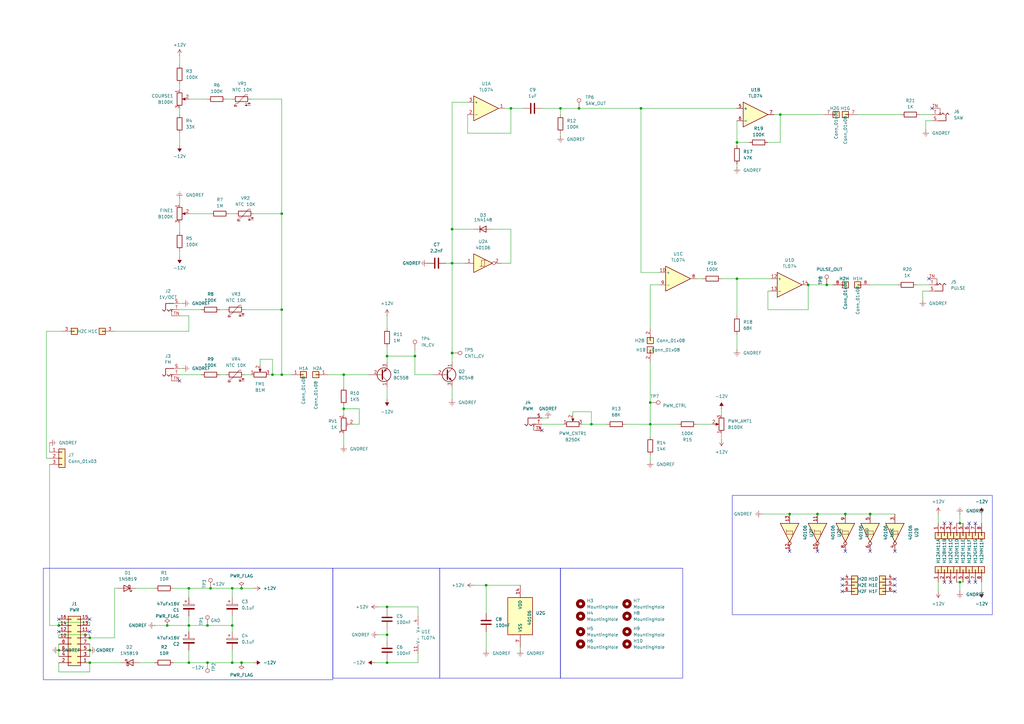
<source format=kicad_sch>
(kicad_sch (version 20250114) (generator "eeschema") (generator_version "9.0")
  (paper "A3")
  (rectangle (start 17.78 233.045) (end 136.525 278.765))
  (rectangle (start 300.355 203.2) (end 407.035 252.095))
  (rectangle (start 229.87 233.045) (end 280.035 278.13))
  (rectangle (start 180.34 233.045) (end 229.87 278.13))
  (rectangle (start 136.525 233.045) (end 180.34 278.13))
  (junction (at 140.97 153.67))
  (junction (at 266.7 173.99))
  (junction (at 393.7 214.63))
  (junction (at 68.58 256.54))
  (junction (at 77.47 256.54))
  (junction (at 185.42 93.98))
  (junction (at 229.87 44.45))
  (junction (at 95.25 241.3))
  (junction (at 242.57 173.99))
  (junction (at 302.26 58.42))
  (junction (at 356.87 210.82))
  (junction (at 237.49 44.45))
  (junction (at 36.83 266.7))
  (junction (at 86.36 241.3))
  (junction (at 77.47 271.78))
  (junction (at 346.71 210.82))
  (junction (at 111.76 153.67))
  (junction (at 209.55 44.45))
  (junction (at 302.26 114.3))
  (junction (at 158.75 271.78))
  (junction (at 170.18 146.05))
  (junction (at 95.25 271.78))
  (junction (at 115.57 87.63))
  (junction (at 266.7 165.1))
  (junction (at 185.42 107.95))
  (junction (at 115.57 127))
  (junction (at 115.57 153.67))
  (junction (at 24.13 256.54))
  (junction (at 85.09 256.54))
  (junction (at 185.42 144.78))
  (junction (at 199.39 240.03))
  (junction (at 99.06 241.3))
  (junction (at 140.97 167.64))
  (junction (at 331.47 116.84))
  (junction (at 24.13 266.7))
  (junction (at 323.85 210.82))
  (junction (at 320.04 46.99))
  (junction (at 99.06 271.78))
  (junction (at 95.25 256.54))
  (junction (at 158.75 248.92))
  (junction (at 158.75 146.05))
  (junction (at 339.09 116.84))
  (junction (at 335.28 210.82))
  (junction (at 393.7 238.76))
  (junction (at 77.47 241.3))
  (junction (at 158.75 260.35))
  (junction (at 262.89 44.45))
  (junction (at 36.83 271.78))
  (junction (at 85.09 271.78))
  (junction (at 36.83 261.62))
  (no_connect (at 389.89 238.76))
  (no_connect (at 222.25 176.53))
  (no_connect (at 356.87 226.06))
  (no_connect (at 345.44 237.49))
  (no_connect (at 367.03 242.57))
  (no_connect (at 24.13 254))
  (no_connect (at 387.35 238.76))
  (no_connect (at 367.03 240.03))
  (no_connect (at 397.51 238.76))
  (no_connect (at 387.35 214.63))
  (no_connect (at 73.66 156.21))
  (no_connect (at 367.03 237.49))
  (no_connect (at 367.03 226.06))
  (no_connect (at 389.89 214.63))
  (no_connect (at 400.05 238.76))
  (no_connect (at 345.44 242.57))
  (no_connect (at 346.71 226.06))
  (no_connect (at 382.27 44.45))
  (no_connect (at 381 114.3))
  (no_connect (at 400.05 214.63))
  (no_connect (at 335.28 226.06))
  (no_connect (at 397.51 214.63))
  (no_connect (at 24.13 259.08))
  (no_connect (at 36.83 254))
  (no_connect (at 345.44 240.03))
  (no_connect (at 36.83 259.08))
  (no_connect (at 323.85 226.06))
  (wire (pts (xy 19.05 135.89) (xy 19.05 187.96)))
  (wire (pts (xy 24.13 264.16) (xy 24.13 266.7)))
  (wire (pts (xy 92.71 40.64) (xy 95.25 40.64)))
  (wire (pts (xy 140.97 177.8) (xy 140.97 182.88)))
  (wire (pts (xy 115.57 87.63) (xy 115.57 40.64)))
  (wire (pts (xy 209.55 44.45) (xy 209.55 54.61)))
  (wire (pts (xy 77.47 40.64) (xy 85.09 40.64)))
  (wire (pts (xy 95.25 241.3) (xy 95.25 245.11)))
  (wire (pts (xy 191.77 54.61) (xy 209.55 54.61)))
  (wire (pts (xy 295.91 114.3) (xy 302.26 114.3)))
  (wire (pts (xy 185.42 93.98) (xy 185.42 41.91)))
  (wire (pts (xy 46.99 241.3) (xy 48.26 241.3)))
  (wire (pts (xy 46.99 261.62) (xy 46.99 241.3)))
  (wire (pts (xy 201.93 93.98) (xy 209.55 93.98)))
  (wire (pts (xy 266.7 165.1) (xy 266.7 173.99)))
  (wire (pts (xy 302.26 59.69) (xy 302.26 58.42)))
  (wire (pts (xy 95.25 252.73) (xy 95.25 256.54)))
  (wire (pts (xy 285.75 114.3) (xy 288.29 114.3)))
  (wire (pts (xy 379.73 53.34) (xy 379.73 49.53)))
  (wire (pts (xy 393.7 242.57) (xy 393.7 238.76)))
  (wire (pts (xy 36.83 264.16) (xy 36.83 266.7)))
  (wire (pts (xy 154.94 248.92) (xy 158.75 248.92)))
  (wire (pts (xy 295.91 180.34) (xy 295.91 177.8)))
  (wire (pts (xy 20.32 190.5) (xy 20.32 256.54)))
  (wire (pts (xy 378.46 123.19) (xy 378.46 119.38)))
  (wire (pts (xy 158.75 248.92) (xy 171.45 248.92)))
  (wire (pts (xy 119.38 153.67) (xy 115.57 153.67)))
  (wire (pts (xy 144.78 173.99) (xy 147.32 173.99)))
  (wire (pts (xy 140.97 153.67) (xy 151.13 153.67)))
  (wire (pts (xy 262.89 111.76) (xy 270.51 111.76)))
  (wire (pts (xy 295.91 170.18) (xy 295.91 167.64)))
  (wire (pts (xy 158.75 260.35) (xy 158.75 262.89)))
  (wire (pts (xy 90.17 127) (xy 92.71 127)))
  (wire (pts (xy 111.76 153.67) (xy 115.57 153.67)))
  (wire (pts (xy 71.12 271.78) (xy 77.47 271.78)))
  (wire (pts (xy 158.75 271.78) (xy 171.45 271.78)))
  (wire (pts (xy 93.98 87.63) (xy 96.52 87.63)))
  (wire (pts (xy 194.31 240.03) (xy 199.39 240.03)))
  (wire (pts (xy 77.47 129.54) (xy 77.47 135.89)))
  (wire (pts (xy 153.67 271.78) (xy 158.75 271.78)))
  (wire (pts (xy 111.76 153.67) (xy 110.49 153.67)))
  (wire (pts (xy 36.83 256.54) (xy 36.83 255.27)))
  (wire (pts (xy 57.15 271.78) (xy 63.5 271.78)))
  (wire (pts (xy 95.25 256.54) (xy 95.25 259.08)))
  (wire (pts (xy 377.19 46.99) (xy 382.27 46.99)))
  (wire (pts (xy 266.7 116.84) (xy 270.51 116.84)))
  (wire (pts (xy 234.95 168.91) (xy 242.57 168.91)))
  (wire (pts (xy 393.7 214.63) (xy 392.43 214.63)))
  (wire (pts (xy 36.83 266.7) (xy 36.83 269.24)))
  (wire (pts (xy 171.45 248.92) (xy 171.45 252.73)))
  (wire (pts (xy 266.7 148.59) (xy 266.7 165.1)))
  (wire (pts (xy 323.85 210.82) (xy 335.28 210.82)))
  (wire (pts (xy 378.46 119.38) (xy 381 119.38)))
  (wire (pts (xy 90.17 153.67) (xy 92.71 153.67)))
  (wire (pts (xy 199.39 259.08) (xy 199.39 266.7)))
  (wire (pts (xy 158.75 146.05) (xy 170.18 146.05)))
  (wire (pts (xy 73.66 124.46) (xy 74.93 124.46)))
  (wire (pts (xy 140.97 166.37) (xy 140.97 167.64)))
  (wire (pts (xy 115.57 87.63) (xy 115.57 127)))
  (wire (pts (xy 73.66 91.44) (xy 73.66 95.25)))
  (wire (pts (xy 229.87 44.45) (xy 237.49 44.45)))
  (wire (pts (xy 185.42 41.91) (xy 191.77 41.91)))
  (wire (pts (xy 317.5 46.99) (xy 320.04 46.99)))
  (wire (pts (xy 77.47 266.7) (xy 77.47 271.78)))
  (wire (pts (xy 85.09 271.78) (xy 95.25 271.78)))
  (wire (pts (xy 115.57 40.64) (xy 102.87 40.64)))
  (wire (pts (xy 77.47 271.78) (xy 85.09 271.78)))
  (wire (pts (xy 242.57 168.91) (xy 242.57 173.99)))
  (wire (pts (xy 302.26 49.53) (xy 302.26 58.42)))
  (wire (pts (xy 320.04 58.42) (xy 320.04 46.99)))
  (wire (pts (xy 213.36 265.43) (xy 213.36 266.7)))
  (wire (pts (xy 302.26 143.51) (xy 302.26 137.16)))
  (wire (pts (xy 77.47 135.89) (xy 46.99 135.89)))
  (wire (pts (xy 24.13 261.62) (xy 24.13 260.35)))
  (wire (pts (xy 158.75 270.51) (xy 158.75 271.78)))
  (wire (pts (xy 100.33 127) (xy 115.57 127)))
  (wire (pts (xy 77.47 252.73) (xy 77.47 256.54)))
  (wire (pts (xy 85.09 256.54) (xy 95.25 256.54)))
  (wire (pts (xy 199.39 240.03) (xy 213.36 240.03)))
  (wire (pts (xy 394.97 214.63) (xy 393.7 214.63)))
  (wire (pts (xy 24.13 275.59) (xy 36.83 275.59)))
  (wire (pts (xy 234.95 168.91) (xy 234.95 170.18)))
  (wire (pts (xy 73.66 127) (xy 82.55 127)))
  (wire (pts (xy 209.55 44.45) (xy 214.63 44.45)))
  (wire (pts (xy 77.47 129.54) (xy 73.66 129.54)))
  (wire (pts (xy 111.76 147.32) (xy 111.76 153.67)))
  (wire (pts (xy 185.42 158.75) (xy 185.42 163.83)))
  (wire (pts (xy 140.97 167.64) (xy 147.32 167.64)))
  (wire (pts (xy 73.66 22.86) (xy 73.66 26.67)))
  (wire (pts (xy 320.04 46.99) (xy 337.82 46.99)))
  (wire (pts (xy 191.77 46.99) (xy 191.77 54.61)))
  (wire (pts (xy 266.7 116.84) (xy 266.7 134.62)))
  (wire (pts (xy 24.13 260.35) (xy 36.83 260.35)))
  (wire (pts (xy 384.81 214.63) (xy 384.81 210.82)))
  (wire (pts (xy 147.32 173.99) (xy 147.32 167.64)))
  (wire (pts (xy 158.75 250.19) (xy 158.75 248.92)))
  (wire (pts (xy 185.42 93.98) (xy 185.42 107.95)))
  (wire (pts (xy 24.13 255.27) (xy 24.13 256.54)))
  (wire (pts (xy 356.87 116.84) (xy 368.3 116.84)))
  (wire (pts (xy 185.42 144.78) (xy 185.42 148.59)))
  (wire (pts (xy 20.32 181.61) (xy 20.32 185.42)))
  (wire (pts (xy 170.18 153.67) (xy 177.8 153.67)))
  (wire (pts (xy 170.18 143.51) (xy 170.18 146.05)))
  (wire (pts (xy 73.66 44.45) (xy 73.66 46.99)))
  (wire (pts (xy 158.75 129.54) (xy 158.75 134.62)))
  (wire (pts (xy 19.05 187.96) (xy 20.32 187.96)))
  (wire (pts (xy 314.96 58.42) (xy 320.04 58.42)))
  (wire (pts (xy 375.92 116.84) (xy 381 116.84)))
  (wire (pts (xy 95.25 271.78) (xy 99.06 271.78)))
  (wire (pts (xy 394.97 238.76) (xy 393.7 238.76)))
  (wire (pts (xy 36.83 275.59) (xy 36.83 271.78)))
  (wire (pts (xy 77.47 241.3) (xy 86.36 241.3)))
  (wire (pts (xy 262.89 44.45) (xy 262.89 111.76)))
  (wire (pts (xy 314.96 127) (xy 314.96 119.38)))
  (wire (pts (xy 207.01 44.45) (xy 209.55 44.45)))
  (wire (pts (xy 237.49 44.45) (xy 262.89 44.45)))
  (wire (pts (xy 302.26 58.42) (xy 307.34 58.42)))
  (wire (pts (xy 266.7 173.99) (xy 266.7 179.07)))
  (wire (pts (xy 278.13 173.99) (xy 266.7 173.99)))
  (wire (pts (xy 86.36 241.3) (xy 95.25 241.3)))
  (wire (pts (xy 199.39 240.03) (xy 199.39 251.46)))
  (wire (pts (xy 384.81 242.57) (xy 384.81 238.76)))
  (wire (pts (xy 36.83 261.62) (xy 46.99 261.62)))
  (wire (pts (xy 312.42 210.82) (xy 323.85 210.82)))
  (wire (pts (xy 36.83 260.35) (xy 36.83 261.62)))
  (wire (pts (xy 106.68 149.86) (xy 106.68 147.32)))
  (wire (pts (xy 24.13 266.7) (xy 24.13 269.24)))
  (wire (pts (xy 331.47 127) (xy 314.96 127)))
  (wire (pts (xy 222.25 171.45) (xy 224.79 171.45)))
  (wire (pts (xy 262.89 44.45) (xy 302.26 44.45)))
  (wire (pts (xy 115.57 127) (xy 115.57 153.67)))
  (wire (pts (xy 222.25 173.99) (xy 231.14 173.99)))
  (wire (pts (xy 158.75 146.05) (xy 158.75 148.59)))
  (wire (pts (xy 185.42 107.95) (xy 185.42 144.78)))
  (wire (pts (xy 402.59 242.57) (xy 402.59 238.76)))
  (wire (pts (xy 104.14 87.63) (xy 115.57 87.63)))
  (wire (pts (xy 158.75 257.81) (xy 158.75 260.35)))
  (wire (pts (xy 242.57 173.99) (xy 248.92 173.99)))
  (wire (pts (xy 106.68 147.32) (xy 111.76 147.32)))
  (wire (pts (xy 331.47 116.84) (xy 331.47 127)))
  (wire (pts (xy 170.18 153.67) (xy 170.18 146.05)))
  (wire (pts (xy 266.7 186.69) (xy 266.7 189.23)))
  (wire (pts (xy 95.25 241.3) (xy 99.06 241.3)))
  (wire (pts (xy 68.58 256.54) (xy 77.47 256.54)))
  (wire (pts (xy 140.97 167.64) (xy 140.97 170.18)))
  (wire (pts (xy 335.28 210.82) (xy 346.71 210.82)))
  (wire (pts (xy 346.71 210.82) (xy 356.87 210.82)))
  (wire (pts (xy 73.66 59.69) (xy 73.66 54.61)))
  (wire (pts (xy 77.47 256.54) (xy 85.09 256.54)))
  (wire (pts (xy 73.66 151.13) (xy 74.93 151.13)))
  (wire (pts (xy 185.42 93.98) (xy 194.31 93.98)))
  (wire (pts (xy 154.94 260.35) (xy 158.75 260.35)))
  (wire (pts (xy 77.47 256.54) (xy 77.47 259.08)))
  (wire (pts (xy 402.59 214.63) (xy 402.59 210.82)))
  (wire (pts (xy 99.06 271.78) (xy 104.14 271.78)))
  (wire (pts (xy 71.12 241.3) (xy 77.47 241.3)))
  (wire (pts (xy 182.88 107.95) (xy 185.42 107.95)))
  (wire (pts (xy 134.62 153.67) (xy 140.97 153.67)))
  (wire (pts (xy 331.47 116.84) (xy 339.09 116.84)))
  (wire (pts (xy 99.06 241.3) (xy 104.14 241.3)))
  (wire (pts (xy 302.26 114.3) (xy 316.23 114.3)))
  (wire (pts (xy 20.32 256.54) (xy 24.13 256.54)))
  (wire (pts (xy 77.47 245.11) (xy 77.47 241.3)))
  (wire (pts (xy 24.13 271.78) (xy 24.13 275.59)))
  (wire (pts (xy 185.42 107.95) (xy 190.5 107.95)))
  (wire (pts (xy 393.7 214.63) (xy 393.7 210.82)))
  (wire (pts (xy 36.83 255.27) (xy 24.13 255.27)))
  (wire (pts (xy 351.79 46.99) (xy 369.57 46.99)))
  (wire (pts (xy 77.47 87.63) (xy 86.36 87.63)))
  (wire (pts (xy 73.66 34.29) (xy 73.66 36.83)))
  (wire (pts (xy 25.4 135.89) (xy 19.05 135.89)))
  (wire (pts (xy 140.97 158.75) (xy 140.97 153.67)))
  (wire (pts (xy 302.26 67.31) (xy 302.26 68.58)))
  (wire (pts (xy 393.7 238.76) (xy 392.43 238.76)))
  (wire (pts (xy 238.76 173.99) (xy 242.57 173.99)))
  (wire (pts (xy 100.33 153.67) (xy 102.87 153.67)))
  (wire (pts (xy 36.83 271.78) (xy 49.53 271.78)))
  (wire (pts (xy 73.66 105.41) (xy 73.66 102.87)))
  (wire (pts (xy 379.73 49.53) (xy 382.27 49.53)))
  (wire (pts (xy 256.54 173.99) (xy 266.7 173.99)))
  (wire (pts (xy 95.25 266.7) (xy 95.25 271.78)))
  (wire (pts (xy 63.5 256.54) (xy 68.58 256.54)))
  (wire (pts (xy 158.75 158.75) (xy 158.75 163.83)))
  (wire (pts (xy 73.66 153.67) (xy 82.55 153.67)))
  (wire (pts (xy 171.45 271.78) (xy 171.45 267.97)))
  (wire (pts (xy 209.55 107.95) (xy 209.55 93.98)))
  (wire (pts (xy 222.25 44.45) (xy 229.87 44.45)))
  (wire (pts (xy 356.87 210.82) (xy 367.03 210.82)))
  (wire (pts (xy 55.88 241.3) (xy 63.5 241.3)))
  (wire (pts (xy 314.96 119.38) (xy 316.23 119.38)))
  (wire (pts (xy 158.75 142.24) (xy 158.75 146.05)))
  (wire (pts (xy 229.87 44.45) (xy 229.87 46.99)))
  (wire (pts (xy 339.09 116.84) (xy 341.63 116.84)))
  (wire (pts (xy 302.26 114.3) (xy 302.26 129.54)))
  (wire (pts (xy 73.66 81.28) (xy 73.66 83.82)))
  (wire (pts (xy 205.74 107.95) (xy 209.55 107.95)))
  (wire (pts (xy 229.87 54.61) (xy 229.87 55.88)))
  (wire (pts (xy 285.75 173.99) (xy 292.1 173.99)))
  (symbol (lib_id "power:GNDREF") (at 63.5 256.54 270) (unit 1)
    (property "Reference" "#PWR03" (effects (hide yes)))
    (property "Value" "GNDREF" (at 60.325 256.54 90) (effects (justify right)))
    (property "Description" "Power symbol creates a global label with name \"GNDREF\" , reference supply ground" (effects (hide yes)))
  )
  (symbol (lib_id "synth:PinHeader_01x08") (at 361.95 240.03 180) (unit 5)
    (property "Reference" "H1" (at 358.14 240.03 0))
    (property "Value" "Conn_01x08" (effects (hide yes)))
    (property "Footprint" "Synth:PinHeader_1x08_P2.54mm_Vertical" (effects (hide yes)))
    (property "Description" "Generic connector, single row, 01x01, script generated (kicad-library-utils/schlib/autogen/connector/)" (effects (hide yes)))
  )
  (symbol (lib_id "synth:PinSocket_01x08") (at 129.54 153.67 180) (unit 1)
    (property "Reference" "H2" (at 132.08 151.13 0) (effects (justify left)))
    (property "Value" "Conn_01x08" (at 129.54 156.21 90) (effects (justify left)))
    (property "Footprint" "Synth:PinSocket_1x08_P2.54mm_Vertical" (effects (hide yes)))
    (property "Description" "Generic connector, single row, 01x01, script generated (kicad-library-utils/schlib/autogen/connector/)" (effects (hide yes)))
  )
  (symbol (lib_id "Mechanical:MountingHole") (at 257.175 252.73 0) (unit 1) (in_bom no)
    (property "Reference" "H8" (at 259.715 251.46 0) (effects (justify left)))
    (property "Value" "MountingHole" (at 259.715 254 0) (effects (justify left)))
    (property "Footprint" "MountingHole:MountingHole_3.5mm" (effects (hide yes)))
    (property "Description" "Mounting Hole without connection" (effects (hide yes)))
  )
  (symbol (lib_id "power:-12V") (at 104.14 271.78 270) (unit 1)
    (property "Reference" "#PWR011" (effects (hide yes)))
    (property "Value" "-12V" (at 107.95 271.78 90) (effects (justify left)))
    (property "Description" "Power symbol creates a global label with name \"-12V\"" (effects (hide yes)))
  )
  (symbol (lib_id "power:GNDREF") (at 224.79 171.45 180) (unit 1)
    (property "Reference" "#PWR023" (effects (hide yes)))
    (property "Value" "GNDREF" (at 224.79 167.64 0))
    (property "Description" "Power symbol creates a global label with name \"GNDREF\" , reference supply ground" (effects (hide yes)))
  )
  (symbol (lib_id "synth:R_Default") (at 73.66 30.48 180) (unit 1)
    (property "Reference" "R3" (at 76.2 29.2099 0) (effects (justify right)))
    (property "Value" "100K" (at 76.2 31.7499 0) (effects (justify right)))
    (property "Footprint" "Synth:R_Default (DIN0207)" (effects (hide yes)))
    (property "Description" "Resistor" (effects (hide yes)))
  )
  (symbol (lib_id "synth:PinSocket_01x08") (at 266.7 139.7 270) (unit 2)
    (property "Reference" "H2" (at 260.35 139.7 90) (effects (justify left)))
    (property "Value" "Conn_01x08" (at 269.24 139.7 90) (effects (justify left)))
    (property "Footprint" "Synth:PinSocket_1x08_P2.54mm_Vertical" (effects (hide yes)))
    (property "Description" "Generic connector, single row, 01x01, script generated (kicad-library-utils/schlib/autogen/connector/)" (effects (hide yes)))
  )
  (symbol (lib_id "power:GNDREF") (at 393.7 210.82 180) (unit 1)
    (property "Reference" "#PWR035" (effects (hide yes)))
    (property "Value" "GNDREF" (at 396.24 209.55 0) (effects (justify right)))
    (property "Description" "Power symbol creates a global label with name \"GNDREF\" , reference supply ground" (effects (hide yes)))
  )
  (symbol (lib_id "synth:R_Default") (at 302.26 63.5 180) (unit 1)
    (property "Reference" "R17" (at 304.8 62.2299 0) (effects (justify right)))
    (property "Value" "47K" (at 304.8 64.7699 0) (effects (justify right)))
    (property "Footprint" "Synth:R_Default (DIN0207)" (effects (hide yes)))
    (property "Description" "Resistor" (effects (hide yes)))
  )
  (symbol (lib_id "power:GNDREF") (at 199.39 266.7 0) (unit 1)
    (property "Reference" "#PWR021" (effects (hide yes)))
    (property "Value" "GNDREF" (at 201.93 267.97 0) (effects (justify left)))
    (property "Description" "Power symbol creates a global label with name \"GNDREF\" , reference supply ground" (effects (hide yes)))
  )
  (symbol (lib_id "power:GNDREF") (at 185.42 163.83 0) (unit 1)
    (property "Reference" "#PWR019" (effects (hide yes)))
    (property "Value" "GNDREF" (at 187.96 165.1 0) (effects (justify left)))
    (property "Description" "Power symbol creates a global label with name \"GNDREF\" , reference supply ground" (effects (hide yes)))
  )
  (symbol (lib_id "synth:R_Default") (at 140.97 162.56 0) (unit 1)
    (property "Reference" "R10" (at 143.51 161.2899 0) (effects (justify left)))
    (property "Value" "1K5" (at 143.51 163.8299 0) (effects (justify left)))
    (property "Footprint" "Synth:R_Default (DIN0207)" (effects (hide yes)))
    (property "Description" "Resistor" (effects (hide yes)))
  )
  (symbol (lib_id "synth:PinHeader_01x08") (at 394.97 233.68 90) (unit 5)
    (property "Reference" "H12" (at 394.97 231.14 0) (effects (justify left)))
    (property "Value" "Conn_01x08" (effects (hide yes)))
    (property "Footprint" "Synth:PinHeader_1x08_P2.54mm_Vertical" (effects (hide yes)))
    (property "Description" "Generic connector, single row, 01x01, script generated (kicad-library-utils/schlib/autogen/connector/)" (effects (hide yes)))
  )
  (symbol (lib_id "power:-12V") (at 73.66 59.69 180) (unit 1)
    (property "Reference" "#PWR05" (effects (hide yes)))
    (property "Value" "-12V" (at 73.66 64.135 0))
    (property "Description" "Power symbol creates a global label with name \"-12V\"" (effects (hide yes)))
  )
  (symbol (lib_id "power:GNDREF") (at 175.26 107.95 270) (unit 1)
    (property "Reference" "#PWR018" (effects (hide yes)))
    (property "Value" "GNDREF" (at 165.1 107.95 90) (effects (justify left)))
    (property "Description" "Power symbol creates a global label with name \"GNDREF\" , reference supply ground" (effects (hide yes)))
  )
  (symbol (lib_id "synth:R_Default") (at 86.36 153.67 90) (unit 1)
    (property "Reference" "R9" (at 86.36 147.32 90))
    (property "Value" "100K" (at 86.36 149.86 90))
    (property "Footprint" "Synth:R_Default (DIN0207)" (effects (hide yes)))
    (property "Description" "Resistor" (effects (hide yes)))
  )
  (symbol (lib_id "synth:R_Default") (at 302.26 133.35 0) (unit 1)
    (property "Reference" "R18" (at 304.8 132.0799 0) (effects (justify left)))
    (property "Value" "68K" (at 304.8 134.6199 0) (effects (justify left)))
    (property "Footprint" "Synth:R_Default (DIN0207)" (effects (hide yes)))
    (property "Description" "Resistor" (effects (hide yes)))
  )
  (symbol (lib_id "synth:PinHeader_01x08") (at 397.51 233.68 90) (unit 6)
    (property "Reference" "H12" (at 397.51 231.14 0) (effects (justify left)))
    (property "Value" "Conn_01x08" (effects (hide yes)))
    (property "Footprint" "Synth:PinHeader_1x08_P2.54mm_Vertical" (effects (hide yes)))
    (property "Description" "Generic connector, single row, 01x01, script generated (kicad-library-utils/schlib/autogen/connector/)" (effects (hide yes)))
  )
  (symbol (lib_id "synth:R_Default") (at 292.1 114.3 90) (unit 1)
    (property "Reference" "R16" (at 292.1 107.95 90))
    (property "Value" "100K" (at 292.1 110.49 90))
    (property "Footprint" "Synth:R_Default (DIN0207)" (effects (hide yes)))
    (property "Description" "Resistor" (effects (hide yes)))
  )
  (symbol (lib_id "synth:PinHeader_01x08") (at 361.95 237.49 180) (unit 4)
    (property "Reference" "H1" (at 358.14 237.49 0))
    (property "Value" "Conn_01x08" (effects (hide yes)))
    (property "Footprint" "Synth:PinHeader_1x08_P2.54mm_Vertical" (effects (hide yes)))
    (property "Description" "Generic connector, single row, 01x01, script generated (kicad-library-utils/schlib/autogen/connector/)" (effects (hide yes)))
  )
  (symbol (lib_id "power:+12V") (at 154.94 248.92 90) (unit 1)
    (property "Reference" "#PWR014" (effects (hide yes)))
    (property "Value" "+12V" (at 151.13 248.92 90) (effects (justify left)))
    (property "Description" "Power symbol creates a global label with name \"+12V\"" (effects (hide yes)))
  )
  (symbol (lib_id "power:+12V") (at 158.75 129.54 0) (unit 1)
    (property "Reference" "#PWR016" (effects (hide yes)))
    (property "Value" "+12V" (at 158.75 124.46 0))
    (property "Description" "Power symbol creates a global label with name \"+12V\"" (effects (hide yes)))
  )
  (symbol (lib_id "synth:R_Default") (at 229.87 50.8 180) (unit 1)
    (property "Reference" "R12" (at 232.41 49.53 0) (effects (justify right)))
    (property "Value" "100K" (at 232.41 52.07 0) (effects (justify right)))
    (property "Footprint" "Synth:R_Default (DIN0207)" (effects (hide yes)))
    (property "Description" "Resistor" (effects (hide yes)))
  )
  (symbol (lib_id "power:GNDREF") (at 302.26 143.51 0) (unit 1)
    (property "Reference" "#PWR029" (effects (hide yes)))
    (property "Value" "GNDREF" (at 304.8 144.78 0) (effects (justify left)))
    (property "Description" "Power symbol creates a global label with name \"GNDREF\" , reference supply ground" (effects (hide yes)))
  )
  (symbol (lib_id "synth:PinSocket_01x08") (at 389.89 219.71 270) (unit 3)
    (property "Reference" "H11" (at 389.89 223.52 0))
    (property "Value" "Conn_01x08" (effects (hide yes)))
    (property "Footprint" "Synth:PinSocket_1x08_P2.54mm_Vertical" (effects (hide yes)))
    (property "Description" "Generic connector, single row, 01x01, script generated (kicad-library-utils/schlib/autogen/connector/)" (effects (hide yes)))
  )
  (symbol (lib_id "synth:D_Schottky (1N5819)") (at 53.34 271.78 0) (unit 1)
    (property "Reference" "D2" (at 53.0225 265.43 0))
    (property "Value" "1N5819" (at 53.0225 267.97 0))
    (property "Footprint" "Synth:D_DO-41_SOD81_P10.16mm_Horizontal" (effects (hide yes)))
    (property "Datasheet" "http://www.vishay.com/docs/88525/1n5817.pdf" (effects (hide yes)))
    (property "Description" "40V 1A Schottky Barrier Rectifier Diode, DO-41" (effects (hide yes)))
  )
  (symbol (lib_id "synth:PinSocket_01x08") (at 30.48 135.89 0) (unit 3)
    (property "Reference" "H2" (at 31.75 135.89 0) (effects (justify left)))
    (property "Value" "Conn_01x08" (effects (hide yes)))
    (property "Footprint" "Synth:PinSocket_1x08_P2.54mm_Vertical" (effects (hide yes)))
    (property "Description" "Generic connector, single row, 01x01, script generated (kicad-library-utils/schlib/autogen/connector/)" (effects (hide yes)))
  )
  (symbol (lib_id "Device:C") (at 158.75 266.7 0) (unit 1)
    (property "Reference" "C6" (at 162.56 265.4299 0) (effects (justify left)))
    (property "Value" "100nF" (at 162.56 267.9699 0) (effects (justify left)))
    (property "Footprint" "Synth:C_RECT_WIMA_0.1uF" (effects (hide yes)))
    (property "Description" "Unpolarized capacitor" (effects (hide yes)))
  )
  (symbol (lib_id "power:-12V") (at 402.59 242.57 180) (unit 1)
    (property "Reference" "#PWR038" (effects (hide yes)))
    (property "Value" "-12V" (at 402.59 247.65 0))
    (property "Description" "Power symbol creates a global label with name \"-12V\"" (effects (hide yes)))
  )
  (symbol (lib_id "synth:R_Potentiometer (P0915N)") (at 73.66 40.64 0) (unit 1)
    (property "Reference" "COURSE1" (at 71.12 39.3699 0) (effects (justify right)))
    (property "Value" "B100K" (at 71.12 41.9099 0) (effects (justify right)))
    (property "Footprint" "Synth:Potentiometer_TT_P0915N" (effects (hide yes)))
    (property "Description" "Potentiometer" (effects (hide yes)))
  )
  (symbol (lib_id "synth:PinSocket_01x08") (at 350.52 240.03 0) (unit 5)
    (property "Reference" "H2" (at 351.79 240.03 0) (effects (justify left)))
    (property "Value" "Conn_01x08" (effects (hide yes)))
    (property "Footprint" "Synth:PinSocket_1x08_P2.54mm_Vertical" (effects (hide yes)))
    (property "Description" "Generic connector, single row, 01x01, script generated (kicad-library-utils/schlib/autogen/connector/)" (effects (hide yes)))
  )
  (symbol (lib_id "synth:R_Default") (at 372.11 116.84 90) (unit 1)
    (property "Reference" "R20" (at 372.11 110.49 90))
    (property "Value" "1K" (at 372.11 113.03 90))
    (property "Footprint" "Synth:R_Default (DIN0207)" (effects (hide yes)))
    (property "Description" "Resistor" (effects (hide yes)))
  )
  (symbol (lib_id "synth:PinHeader_01x08") (at 351.79 116.84 180) (unit 8)
    (property "Reference" "H1" (at 351.79 114.3 0))
    (property "Value" "Conn_01x08" (at 351.79 123.19 90))
    (property "Footprint" "Synth:PinHeader_1x08_P2.54mm_Vertical" (effects (hide yes)))
    (property "Description" "Generic connector, single row, 01x01, script generated (kicad-library-utils/schlib/autogen/connector/)" (effects (hide yes)))
  )
  (symbol (lib_id "synth:PinSocket_01x08") (at 402.59 219.71 270) (unit 8)
    (property "Reference" "H11" (at 402.59 223.52 0))
    (property "Value" "Conn_01x08" (effects (hide yes)))
    (property "Footprint" "Synth:PinSocket_1x08_P2.54mm_Vertical" (effects (hide yes)))
    (property "Description" "Generic connector, single row, 01x01, script generated (kicad-library-utils/schlib/autogen/connector/)" (effects (hide yes)))
  )
  (symbol (lib_id "synth:PinHeader_01x08") (at 402.59 233.68 90) (unit 8)
    (property "Reference" "H12" (at 402.59 231.14 0) (effects (justify left)))
    (property "Value" "Conn_01x08" (effects (hide yes)))
    (property "Footprint" "Synth:PinHeader_1x08_P2.54mm_Vertical" (effects (hide yes)))
    (property "Description" "Generic connector, single row, 01x01, script generated (kicad-library-utils/schlib/autogen/connector/)" (effects (hide yes)))
  )
  (symbol (lib_id "Connector:TestPoint") (at 185.42 144.78 270) (unit 1) (in_bom no)
    (property "Reference" "TP5" (at 190.5 143.51 90) (effects (justify left)))
    (property "Value" "CNTL_CV" (at 190.5 146.05 90) (effects (justify left)))
    (property "Footprint" "Connector_Pin:Pin_D1.0mm_L10.0mm" (effects (hide yes)))
    (property "Description" "test point" (effects (hide yes)))
  )
  (symbol (lib_id "Device:Thermistor_NTC") (at 100.33 87.63 90) (unit 1)
    (property "Reference" "VR2" (at 100.6475 81.28 90))
    (property "Value" "NTC 10K" (at 100.6475 83.82 90))
    (property "Footprint" "Resistor_THT:R_Axial_DIN0207_L6.3mm_D2.5mm_P5.08mm_Vertical" (effects (hide yes)))
    (property "Description" "Temperature dependent resistor, negative temperature coefficient" (effects (hide yes)))
  )
  (symbol (lib_id "Connector:TestPoint") (at 237.49 44.45 0) (unit 1) (in_bom no)
    (property "Reference" "TP6" (at 240.03 39.8779 0) (effects (justify left)))
    (property "Value" "SAW_OUT" (at 240.03 42.4179 0) (effects (justify left)))
    (property "Footprint" "Connector_Pin:Pin_D1.0mm_L10.0mm" (effects (hide yes)))
    (property "Description" "test point" (effects (hide yes)))
  )
  (symbol (lib_id "power:GNDREF") (at 302.26 68.58 0) (unit 1)
    (property "Reference" "#PWR028" (effects (hide yes)))
    (property "Value" "GNDREF" (at 304.8 69.85 0) (effects (justify left)))
    (property "Description" "Power symbol creates a global label with name \"GNDREF\" , reference supply ground" (effects (hide yes)))
  )
  (symbol (lib_id "synth:PinSocket_01x08") (at 392.43 219.71 270) (unit 4)
    (property "Reference" "H11" (at 392.43 223.52 0))
    (property "Value" "Conn_01x08" (effects (hide yes)))
    (property "Footprint" "Synth:PinSocket_1x08_P2.54mm_Vertical" (effects (hide yes)))
    (property "Description" "Generic connector, single row, 01x01, script generated (kicad-library-utils/schlib/autogen/connector/)" (effects (hide yes)))
  )
  (symbol (lib_id "Mechanical:MountingHole") (at 257.175 247.65 0) (unit 1) (in_bom no)
    (property "Reference" "H7" (at 259.715 246.38 0) (effects (justify left)))
    (property "Value" "MountingHole" (at 259.715 248.92 0) (effects (justify left)))
    (property "Footprint" "MountingHole:MountingHole_3.5mm" (effects (hide yes)))
    (property "Description" "Mounting Hole without connection" (effects (hide yes)))
  )
  (symbol (lib_id "power:-12V") (at 73.66 105.41 180) (unit 1)
    (property "Reference" "#PWR07" (effects (hide yes)))
    (property "Value" "-12V" (at 73.66 109.855 0))
    (property "Description" "Power symbol creates a global label with name \"-12V\"" (effects (hide yes)))
  )
  (symbol (lib_id "Connector:TestPoint") (at 170.18 143.51 0) (unit 1) (in_bom no)
    (property "Reference" "TP4" (at 172.72 138.9379 0) (effects (justify left)))
    (property "Value" "IN_CV" (at 172.72 141.4779 0) (effects (justify left)))
    (property "Footprint" "Connector_Pin:Pin_D1.0mm_L10.0mm" (effects (hide yes)))
    (property "Description" "test point" (effects (hide yes)))
  )
  (symbol (lib_id "4xxx:40106") (at 356.87 218.44 270) (unit 3)
    (property "Reference" "U2" (at 365.76 218.44 0))
    (property "Value" "40106" (at 363.22 218.44 0))
    (property "Footprint" "Package_DIP:DIP-14_W7.62mm_Socket_LongPads" (effects (hide yes)))
    (property "Datasheet" "https://assets.nexperia.com/documents/data-sheet/HEF40106B.pdf" (effects (hide yes)))
    (property "Description" "Hex Schmitt trigger inverter" (effects (hide yes)))
  )
  (symbol (lib_id "Device:C_Polarized") (at 95.25 262.89 0) (unit 1)
    (property "Reference" "C4" (at 99.06 260.731 0) (effects (justify left)))
    (property "Value" "0.1uF" (at 99.06 263.271 0) (effects (justify left)))
    (property "Footprint" "Capacitor_THT:CP_Radial_D4.0mm_P2.00mm" (effects (hide yes)))
    (property "Description" "Polarized capacitor" (effects (hide yes)))
  )
  (symbol (lib_id "synth:D_Schottky (1N5819)") (at 52.07 241.3 180) (unit 1)
    (property "Reference" "D1" (at 52.3875 234.95 0))
    (property "Value" "1N5819" (at 52.3875 237.49 0))
    (property "Footprint" "Synth:D_DO-41_SOD81_P10.16mm_Horizontal" (effects (hide yes)))
    (property "Datasheet" "http://www.vishay.com/docs/88525/1n5817.pdf" (effects (hide yes)))
    (property "Description" "40V 1A Schottky Barrier Rectifier Diode, DO-41" (effects (hide yes)))
  )
  (symbol (lib_id "power:GNDREF") (at 154.94 260.35 270) (unit 1)
    (property "Reference" "#PWR015" (effects (hide yes)))
    (property "Value" "GNDREF" (at 151.765 260.35 90) (effects (justify right)))
    (property "Description" "Power symbol creates a global label with name \"GNDREF\" , reference supply ground" (effects (hide yes)))
  )
  (symbol (lib_id "power:+12V") (at 295.91 180.34 180) (unit 1)
    (property "Reference" "#PWR027" (effects (hide yes)))
    (property "Value" "+12V" (at 295.91 185.42 0))
    (property "Description" "Power symbol creates a global label with name \"+12V\"" (effects (hide yes)))
  )
  (symbol (lib_id "4xxx:40106") (at 335.28 218.44 270) (unit 5)
    (property "Reference" "U2" (at 344.17 218.44 0))
    (property "Value" "40106" (at 341.63 218.44 0))
    (property "Footprint" "Package_DIP:DIP-14_W7.62mm_Socket_LongPads" (effects (hide yes)))
    (property "Datasheet" "https://assets.nexperia.com/documents/data-sheet/HEF40106B.pdf" (effects (hide yes)))
    (property "Description" "Hex Schmitt trigger inverter" (effects (hide yes)))
  )
  (symbol (lib_id "synth:R_Default") (at 311.15 58.42 270) (unit 1)
    (property "Reference" "R19" (at 311.15 52.705 90))
    (property "Value" "100K" (at 311.15 55.245 90))
    (property "Footprint" "Synth:R_Default (DIN0207)" (effects (hide yes)))
    (property "Description" "Resistor" (effects (hide yes)))
  )
  (symbol (lib_id "synth:R_Default") (at 158.75 138.43 180) (unit 1)
    (property "Reference" "R11" (at 161.29 137.1599 0) (effects (justify right)))
    (property "Value" "1M" (at 161.29 139.6999 0) (effects (justify right)))
    (property "Footprint" "Synth:R_Default (DIN0207)" (effects (hide yes)))
    (property "Description" "Resistor" (effects (hide yes)))
  )
  (symbol (lib_id "synth:PinSocket_01x08") (at 387.35 219.71 270) (unit 2)
    (property "Reference" "H11" (at 387.35 223.52 0))
    (property "Value" "Conn_01x08" (effects (hide yes)))
    (property "Footprint" "Synth:PinSocket_1x08_P2.54mm_Vertical" (effects (hide yes)))
    (property "Description" "Generic connector, single row, 01x01, script generated (kicad-library-utils/schlib/autogen/connector/)" (effects (hide yes)))
  )
  (symbol (lib_id "Transistor_BJT:BC548") (at 182.88 153.67 0) (unit 1)
    (property "Reference" "Q2" (at 187.96 152.4 0) (effects (justify left)))
    (property "Value" "BC548" (at 187.96 154.94 0) (effects (justify left)))
    (property "Footprint" "Package_TO_SOT_THT:TO-92_HandSolder" (effects (hide yes)))
    (property "Datasheet" "https://www.onsemi.com/pub/Collateral/BC550-D.pdf" (effects (hide yes)))
    (property "Description" "0.1A Ic, 30V Vce, Small Signal NPN Transistor, TO-92" (effects (hide yes)))
  )
  (symbol (lib_id "power:+12V") (at 384.81 242.57 180) (unit 1)
    (property "Reference" "#PWR034" (effects (hide yes)))
    (property "Value" "+12V" (at 384.81 247.65 0))
    (property "Description" "Power symbol creates a global label with name \"+12V\"" (effects (hide yes)))
  )
  (symbol (lib_id "synth:PinSocket_01x08") (at 400.05 219.71 270) (unit 7)
    (property "Reference" "H11" (at 400.05 223.52 0))
    (property "Value" "Conn_01x08" (effects (hide yes)))
    (property "Footprint" "Synth:PinSocket_1x08_P2.54mm_Vertical" (effects (hide yes)))
    (property "Description" "Generic connector, single row, 01x01, script generated (kicad-library-utils/schlib/autogen/connector/)" (effects (hide yes)))
  )
  (symbol (lib_id "4xxx:40106") (at 198.12 107.95 0) (unit 1)
    (property "Reference" "U2" (at 198.12 99.06 0))
    (property "Value" "40106" (at 198.12 101.6 0))
    (property "Footprint" "Package_DIP:DIP-14_W7.62mm_Socket_LongPads" (effects (hide yes)))
    (property "Datasheet" "https://assets.nexperia.com/documents/data-sheet/HEF40106B.pdf" (effects (hide yes)))
    (property "Description" "Hex Schmitt trigger inverter" (effects (hide yes)))
  )
  (symbol (lib_id "synth:R_Default") (at 86.36 127 90) (unit 1)
    (property "Reference" "R8" (at 86.36 120.65 90))
    (property "Value" "100K" (at 86.36 123.19 90))
    (property "Footprint" "Synth:R_Default (DIN0207)" (effects (hide yes)))
    (property "Description" "Resistor" (effects (hide yes)))
  )
  (symbol (lib_id "synth:PinHeader_01x08") (at 389.89 233.68 90) (unit 3)
    (property "Reference" "H12" (at 389.89 231.14 0) (effects (justify left)))
    (property "Value" "Conn_01x08" (effects (hide yes)))
    (property "Footprint" "Synth:PinHeader_1x08_P2.54mm_Vertical" (effects (hide yes)))
    (property "Description" "Generic connector, single row, 01x01, script generated (kicad-library-utils/schlib/autogen/connector/)" (effects (hide yes)))
  )
  (symbol (lib_id "Mechanical:MountingHole") (at 238.125 259.08 0) (unit 1) (in_bom no)
    (property "Reference" "H5" (at 240.665 257.81 0) (effects (justify left)))
    (property "Value" "MountingHole" (at 240.665 260.35 0) (effects (justify left)))
    (property "Footprint" "MountingHole:MountingHole_3.5mm" (effects (hide yes)))
    (property "Description" "Mounting Hole without connection" (effects (hide yes)))
  )
  (symbol (lib_id "power:-12V") (at 153.67 271.78 90) (unit 1)
    (property "Reference" "#PWR013" (effects (hide yes)))
    (property "Value" "-12V" (at 149.86 271.78 90) (effects (justify left)))
    (property "Description" "Power symbol creates a global label with name \"-12V\"" (effects (hide yes)))
  )
  (symbol (lib_id "power:-12V") (at 402.59 210.82 0) (unit 1)
    (property "Reference" "#PWR037" (effects (hide yes)))
    (property "Value" "-12V" (at 402.59 205.74 0))
    (property "Description" "Power symbol creates a global label with name \"-12V\"" (effects (hide yes)))
  )
  (symbol (lib_id "synth:C_sm (MKS)") (at 179.07 107.95 270) (unit 1)
    (property "Reference" "C7" (at 179.07 100.33 90))
    (property "Value" "2.2nF" (at 179.07 102.87 90))
    (property "Footprint" "Synth:C_RECT_WIMA_0.1uF" (effects (hide yes)))
    (property "Description" "Unpolarized capacitor" (effects (hide yes)))
  )
  (symbol (lib_id "Connector:TestPoint") (at 85.09 271.78 180) (unit 1) (in_bom no)
    (property "Reference" "TP2" (at 87.63 271.78 90) (effects (justify left)))
    (property "Value" "-12V" (at 83.693 273.812 0) (effects (justify left)))
    (property "Footprint" "Connector_Pin:Pin_D1.0mm_L10.0mm" (effects (hide yes)))
    (property "Description" "test point" (effects (hide yes)))
  )
  (symbol (lib_id "power:GNDREF") (at 393.7 242.57 0) (unit 1)
    (property "Reference" "#PWR036" (effects (hide yes)))
    (property "Value" "GNDREF" (at 396.24 243.84 0) (effects (justify left)))
    (property "Description" "Power symbol creates a global label with name \"GNDREF\" , reference supply ground" (effects (hide yes)))
  )
  (symbol (lib_id "Device:C_Polarized") (at 95.25 248.92 0) (unit 1)
    (property "Reference" "C3" (at 99.06 246.761 0) (effects (justify left)))
    (property "Value" "0.1uF" (at 99.06 249.301 0) (effects (justify left)))
    (property "Footprint" "Capacitor_THT:CP_Radial_D4.0mm_P2.00mm" (effects (hide yes)))
    (property "Description" "Polarized capacitor" (effects (hide yes)))
  )
  (symbol (lib_id "power:GNDREF") (at 312.42 210.82 270) (unit 1)
    (property "Reference" "#PWR030" (effects (hide yes)))
    (property "Value" "GNDREF" (at 308.61 210.82 90) (effects (justify right)))
    (property "Description" "Power symbol creates a global label with name \"GNDREF\" , reference supply ground" (effects (hide yes)))
  )
  (symbol (lib_id "synth:R_Default") (at 266.7 182.88 0) (unit 1)
    (property "Reference" "R14" (at 269.24 181.6099 0) (effects (justify left)))
    (property "Value" "14K" (at 269.24 184.1499 0) (effects (justify left)))
    (property "Footprint" "Synth:R_Default (DIN0207)" (effects (hide yes)))
    (property "Description" "Resistor" (effects (hide yes)))
  )
  (symbol (lib_id "power:GNDREF") (at 229.87 55.88 0) (unit 1)
    (property "Reference" "#PWR024" (effects (hide yes)))
    (property "Value" "GNDREF" (at 232.41 57.15 0) (effects (justify left)))
    (property "Description" "Power symbol creates a global label with name \"GNDREF\" , reference supply ground" (effects (hide yes)))
  )
  (symbol (lib_id "power:GNDREF") (at 140.97 182.88 0) (unit 1)
    (property "Reference" "#PWR012" (effects (hide yes)))
    (property "Value" "GNDREF" (at 143.51 184.15 0) (effects (justify left)))
    (property "Description" "Power symbol creates a global label with name \"GNDREF\" , reference supply ground" (effects (hide yes)))
  )
  (symbol (lib_id "synth:R_Default") (at 90.17 87.63 90) (unit 1)
    (property "Reference" "R7" (at 90.17 81.915 90))
    (property "Value" "1M" (at 90.17 84.455 90))
    (property "Footprint" "Synth:R_Default (DIN0207)" (effects (hide yes)))
    (property "Description" "Resistor" (effects (hide yes)))
  )
  (symbol (lib_id "synth:R_Potentiometer (Alpha_9mm)") (at 234.95 173.99 90) (unit 1)
    (property "Reference" "PWM_CNTR1" (at 234.95 177.8 90))
    (property "Value" "B250K" (at 234.95 180.34 90))
    (property "Footprint" "Synth:Potentiometer_Alpha_RD901F-40-00D_Single_Vertical_CircularHoles" (effects (hide yes)))
    (property "Description" "Potentiometer" (effects (hide yes)))
  )
  (symbol (lib_id "power:GNDREF") (at 74.93 151.13 90) (unit 1)
    (property "Reference" "#PWR09" (effects (hide yes)))
    (property "Value" "GNDREF" (at 78.74 151.13 90) (effects (justify right)))
    (property "Description" "Power symbol creates a global label with name \"GNDREF\" , reference supply ground" (effects (hide yes)))
  )
  (symbol (lib_id "power:+12V") (at 194.31 240.03 90) (unit 1)
    (property "Reference" "#PWR020" (effects (hide yes)))
    (property "Value" "+12V" (at 190.5 240.03 90) (effects (justify left)))
    (property "Description" "Power symbol creates a global label with name \"+12V\"" (effects (hide yes)))
  )
  (symbol (lib_id "power:PWR_FLAG") (at 68.58 256.54 0) (unit 1)
    (property "Reference" "#FLG01" (effects (hide yes)))
    (property "Value" "PWR_FLAG" (at 68.58 252.73 0))
    (property "Description" "Special symbol for telling ERC where power comes from" (effects (hide yes)))
  )
  (symbol (lib_id "power:GNDREF") (at 36.83 266.7 90) (unit 1)
    (property "Reference" "#PWR02" (effects (hide yes)))
    (property "Value" "GNDREF" (at 39.37 266.7 90) (effects (justify right)))
    (property "Description" "Power symbol creates a global label with name \"GNDREF\" , reference supply ground" (effects (hide yes)))
  )
  (symbol (lib_id "synth:PinHeader_01x08") (at 400.05 233.68 90) (unit 7)
    (property "Reference" "H12" (at 400.05 231.14 0) (effects (justify left)))
    (property "Value" "Conn_01x08" (effects (hide yes)))
    (property "Footprint" "Synth:PinHeader_1x08_P2.54mm_Vertical" (effects (hide yes)))
    (property "Description" "Generic connector, single row, 01x01, script generated (kicad-library-utils/schlib/autogen/connector/)" (effects (hide yes)))
  )
  (symbol (lib_id "synth:PinSocket_01x08") (at 397.51 219.71 270) (unit 6)
    (property "Reference" "H11" (at 397.51 223.52 0))
    (property "Value" "Conn_01x08" (effects (hide yes)))
    (property "Footprint" "Synth:PinSocket_1x08_P2.54mm_Vertical" (effects (hide yes)))
    (property "Description" "Generic connector, single row, 01x01, script generated (kicad-library-utils/schlib/autogen/connector/)" (effects (hide yes)))
  )
  (symbol (lib_id "4xxx:40106") (at 346.71 218.44 270) (unit 4)
    (property "Reference" "U2" (at 355.6 218.44 0))
    (property "Value" "40106" (at 353.06 218.44 0))
    (property "Footprint" "Package_DIP:DIP-14_W7.62mm_Socket_LongPads" (effects (hide yes)))
    (property "Datasheet" "https://assets.nexperia.com/documents/data-sheet/HEF40106B.pdf" (effects (hide yes)))
    (property "Description" "Hex Schmitt trigger inverter" (effects (hide yes)))
  )
  (symbol (lib_id "synth:R_Default") (at 67.31 271.78 270) (unit 1)
    (property "Reference" "R2" (at 67.31 265.43 90))
    (property "Value" "10R" (at 67.31 267.97 90))
    (property "Footprint" "Synth:R_Default (DIN0207)" (effects (hide yes)))
    (property "Description" "Resistor" (effects (hide yes)))
  )
  (symbol (lib_id "Device:Thermistor_NTC") (at 99.06 40.64 90) (unit 1)
    (property "Reference" "VR1" (at 99.3775 34.29 90))
    (property "Value" "NTC 10K" (at 99.3775 36.83 90))
    (property "Footprint" "Resistor_THT:R_Axial_DIN0207_L6.3mm_D2.5mm_P5.08mm_Vertical" (effects (hide yes)))
    (property "Description" "Temperature dependent resistor, negative temperature coefficient" (effects (hide yes)))
  )
  (symbol (lib_id "Connector:TestPoint") (at 85.09 256.54 0) (unit 1) (in_bom no)
    (property "Reference" "TP1" (at 82.55 256.54 90) (effects (justify left)))
    (property "Value" "GND" (at 86.36 254.508 0) (effects (justify left)))
    (property "Footprint" "Connector_Pin:Pin_D1.0mm_L10.0mm" (effects (hide yes)))
    (property "Description" "test point" (effects (hide yes)))
  )
  (symbol (lib_id "power:+12V") (at 384.81 210.82 0) (unit 1)
    (property "Reference" "#PWR033" (effects (hide yes)))
    (property "Value" "+12V" (at 384.81 205.74 0))
    (property "Description" "Power symbol creates a global label with name \"+12V\"" (effects (hide yes)))
  )
  (symbol (lib_id "synth:PinHeader_01x08") (at 361.95 242.57 180) (unit 6)
    (property "Reference" "H1" (at 358.14 242.57 0))
    (property "Value" "Conn_01x08" (effects (hide yes)))
    (property "Footprint" "Synth:PinHeader_1x08_P2.54mm_Vertical" (effects (hide yes)))
    (property "Description" "Generic connector, single row, 01x01, script generated (kicad-library-utils/schlib/autogen/connector/)" (effects (hide yes)))
  )
  (symbol (lib_id "synth:R_Default") (at 252.73 173.99 270) (unit 1)
    (property "Reference" "R13" (at 252.73 167.64 90))
    (property "Value" "68K" (at 252.73 170.18 90))
    (property "Footprint" "Synth:R_Default (DIN0207)" (effects (hide yes)))
    (property "Description" "Resistor" (effects (hide yes)))
  )
  (symbol (lib_id "4xxx:40106") (at 367.03 218.44 270) (unit 2)
    (property "Reference" "U2" (at 375.92 218.44 0))
    (property "Value" "40106" (at 373.38 218.44 0))
    (property "Footprint" "Package_DIP:DIP-14_W7.62mm_Socket_LongPads" (effects (hide yes)))
    (property "Datasheet" "https://assets.nexperia.com/documents/data-sheet/HEF40106B.pdf" (effects (hide yes)))
    (property "Description" "Hex Schmitt trigger inverter" (effects (hide yes)))
  )
  (symbol (lib_id "synth:AudioJack_Mono_3.5mm") (at 217.17 173.99 0) (unit 1)
    (property "Reference" "J4" (at 216.535 165.1 0))
    (property "Value" "PWM" (at 216.535 167.64 0))
    (property "Footprint" "Synth:Jack_3.5mm_QingPu_WQP-PJ398SM_Vertical_CircularHoles" (effects (hide yes)))
    (property "Description" "Audio Jack, 2 Poles (Mono / TS), Switched T Pole (Normalling)" (effects (hide yes)))
  )
  (symbol (lib_id "synth:R_Default") (at 73.66 50.8 180) (unit 1)
    (property "Reference" "R4" (at 76.2 49.5299 0) (effects (justify right)))
    (property "Value" "33K" (at 76.2 52.0699 0) (effects (justify right)))
    (property "Footprint" "Synth:R_Default (DIN0207)" (effects (hide yes)))
    (property "Description" "Resistor" (effects (hide yes)))
  )
  (symbol (lib_id "Mechanical:MountingHole") (at 238.125 264.16 0) (unit 1) (in_bom no)
    (property "Reference" "H6" (at 240.665 262.89 0) (effects (justify left)))
    (property "Value" "MountingHole" (at 240.665 265.43 0) (effects (justify left)))
    (property "Footprint" "MountingHole:MountingHole_3.5mm" (effects (hide yes)))
    (property "Description" "Mounting Hole without connection" (effects (hide yes)))
  )
  (symbol (lib_id "power:+12V") (at 104.14 241.3 270) (unit 1)
    (property "Reference" "#PWR010" (effects (hide yes)))
    (property "Value" "+12V" (at 107.95 241.3 90) (effects (justify left)))
    (property "Description" "Power symbol creates a global label with name \"+12V\"" (effects (hide yes)))
  )
  (symbol (lib_id "Amplifier_Operational:TL074") (at 323.85 116.84 0) (unit 4)
    (property "Reference" "U1" (at 323.85 106.68 0))
    (property "Value" "TL074" (at 323.85 109.22 0))
    (property "Footprint" "Package_DIP:DIP-14_W7.62mm_Socket_LongPads" (effects (hide yes)))
    (property "Datasheet" "http://www.ti.com/lit/ds/symlink/tl071.pdf" (effects (hide yes)))
    (property "Description" "Quad Low-Noise JFET-Input Operational Amplifiers, DIP-14/SOIC-14" (effects (hide yes)))
  )
  (symbol (lib_id "Connector_Generic:Conn_01x03") (at 25.4 187.96 0) (unit 1)
    (property "Reference" "J7" (at 27.94 186.6899 0) (effects (justify left)))
    (property "Value" "Conn_01x03" (at 27.94 189.2299 0) (effects (justify left)))
    (property "Footprint" "Connector_PinHeader_2.54mm:PinHeader_1x03_P2.54mm_Vertical" (effects (hide yes)))
    (property "Description" "Generic connector, single row, 01x03, script generated (kicad-library-utils/schlib/autogen/connector/)" (effects (hide yes)))
  )
  (symbol (lib_id "synth:R_Potentiometer (P0915N)") (at 295.91 173.99 180) (unit 1)
    (property "Reference" "PWM_AMT1" (at 298.45 172.7199 0) (effects (justify right)))
    (property "Value" "B100K" (at 298.45 175.2599 0) (effects (justify right)))
    (property "Footprint" "Synth:Potentiometer_TT_P0915N" (effects (hide yes)))
    (property "Description" "Potentiometer" (effects (hide yes)))
  )
  (symbol (lib_id "synth:AudioJack_Mono_3.5mm") (at 387.35 46.99 180) (unit 1)
    (property "Reference" "J6" (at 391.16 45.7834 0) (effects (justify right)))
    (property "Value" "SAW" (at 391.16 48.3234 0) (effects (justify right)))
    (property "Footprint" "Synth:Jack_3.5mm_QingPu_WQP-PJ398SM_Vertical_CircularHoles" (effects (hide yes)))
    (property "Description" "Audio Jack, 2 Poles (Mono / TS), Switched T Pole (Normalling)" (effects (hide yes)))
  )
  (symbol (lib_id "synth:D_Signal (1N4148)") (at 198.12 93.98 0) (unit 1)
    (property "Reference" "D3" (at 198.12 88.265 0))
    (property "Value" "1N4148" (at 198.12 90.17 0))
    (property "Footprint" "Synth:D_DO-35_SOD27_P7.62mm_Horizontal" (effects (hide yes)))
    (property "Datasheet" "https://assets.nexperia.com/documents/data-sheet/1N4148_1N4448.pdf" (effects (hide yes)))
    (property "Description" "100V 0.15A standard switching diode, DO-35" (effects (hide yes)))
    (property "Sim.Device" "D" (effects (hide yes)))
    (property "Sim.Pins" "1=K 2=A" (effects (hide yes)))
  )
  (symbol (lib_id "synth:R_Default") (at 88.9 40.64 90) (unit 1)
    (property "Reference" "R6" (at 88.9 34.925 90))
    (property "Value" "100K" (at 88.9 37.465 90))
    (property "Footprint" "Synth:R_Default (DIN0207)" (effects (hide yes)))
    (property "Description" "Resistor" (effects (hide yes)))
  )
  (symbol (lib_id "power:GNDREF") (at 379.73 53.34 0) (unit 1)
    (property "Reference" "#PWR032" (effects (hide yes)))
    (property "Value" "GNDREF" (at 382.27 54.61 0) (effects (justify left)))
    (property "Description" "Power symbol creates a global label with name \"GNDREF\" , reference supply ground" (effects (hide yes)))
  )
  (symbol (lib_id "synth:PinSocket_01x08") (at 342.9 46.99 0) (unit 7)
    (property "Reference" "H2" (at 340.36 44.45 0) (effects (justify left)))
    (property "Value" "Conn_01x08" (at 342.9 57.15 90) (effects (justify left)))
    (property "Footprint" "Synth:PinSocket_1x08_P2.54mm_Vertical" (effects (hide yes)))
    (property "Description" "Generic connector, single row, 01x01, script generated (kicad-library-utils/schlib/autogen/connector/)" (effects (hide yes)))
  )
  (symbol (lib_id "power:GNDREF") (at 73.66 81.28 180) (unit 1)
    (property "Reference" "#PWR06" (effects (hide yes)))
    (property "Value" "GNDREF" (at 76.2 80.01 0) (effects (justify right)))
    (property "Description" "Power symbol creates a global label with name \"GNDREF\" , reference supply ground" (effects (hide yes)))
  )
  (symbol (lib_id "synth:PinHeader_01x08") (at 124.46 153.67 0) (unit 1)
    (property "Reference" "H1" (at 124.46 151.13 0))
    (property "Value" "Conn_01x08" (at 124.46 160.02 90))
    (property "Footprint" "Synth:PinHeader_1x08_P2.54mm_Vertical" (effects (hide yes)))
    (property "Description" "Generic connector, single row, 01x01, script generated (kicad-library-utils/schlib/autogen/connector/)" (effects (hide yes)))
  )
  (symbol (lib_id "power:-12V") (at 295.91 167.64 0) (unit 1)
    (property "Reference" "#PWR026" (effects (hide yes)))
    (property "Value" "-12V" (at 295.91 162.56 0))
    (property "Description" "Power symbol creates a global label with name \"-12V\"" (effects (hide yes)))
  )
  (symbol (lib_id "Device:C_Polarized") (at 77.47 262.89 0) (unit 1)
    (property "Reference" "C2" (at 73.66 264.16 0) (effects (justify right)))
    (property "Value" "47uFx16V" (at 73.66 261.62 0) (effects (justify right)))
    (property "Footprint" "Capacitor_THT:CP_Radial_D5.0mm_P2.00mm" (effects (hide yes)))
    (property "Description" "Polarized capacitor" (effects (hide yes)))
  )
  (symbol (lib_id "synth:PinHeader_01x08") (at 346.71 46.99 180) (unit 7)
    (property "Reference" "H1" (at 346.71 44.45 0))
    (property "Value" "Conn_01x08" (at 346.71 53.34 90))
    (property "Footprint" "Synth:PinHeader_1x08_P2.54mm_Vertical" (effects (hide yes)))
    (property "Description" "Generic connector, single row, 01x01, script generated (kicad-library-utils/schlib/autogen/connector/)" (effects (hide yes)))
  )
  (symbol (lib_id "synth:PinHeader_01x08") (at 266.7 143.51 90) (unit 2)
    (property "Reference" "H1" (at 262.89 143.51 90))
    (property "Value" "Conn_01x08" (at 273.05 143.51 90))
    (property "Footprint" "Synth:PinHeader_1x08_P2.54mm_Vertical" (effects (hide yes)))
    (property "Description" "Generic connector, single row, 01x01, script generated (kicad-library-utils/schlib/autogen/connector/)" (effects (hide yes)))
  )
  (symbol (lib_id "Connector:TestPoint") (at 86.36 241.3 0) (unit 1) (in_bom no)
    (property "Reference" "TP3" (at 83.82 241.3 90) (effects (justify left)))
    (property "Value" "+12V" (at 86.868 239.522 0) (effects (justify left)))
    (property "Footprint" "Connector_Pin:Pin_D1.0mm_L10.0mm" (effects (hide yes)))
    (property "Description" "test point" (effects (hide yes)))
  )
  (symbol (lib_id "synth:PinSocket_01x08") (at 384.81 219.71 270) (unit 1)
    (property "Reference" "H11" (at 384.81 223.52 0))
    (property "Value" "Conn_01x08" (effects (hide yes)))
    (property "Footprint" "Synth:PinSocket_1x08_P2.54mm_Vertical" (effects (hide yes)))
    (property "Description" "Generic connector, single row, 01x01, script generated (kicad-library-utils/schlib/autogen/connector/)" (effects (hide yes)))
  )
  (symbol (lib_id "power:+12V") (at 73.66 22.86 0) (unit 1)
    (property "Reference" "#PWR04" (effects (hide yes)))
    (property "Value" "+12V" (at 73.66 18.415 0))
    (property "Description" "Power symbol creates a global label with name \"+12V\"" (effects (hide yes)))
  )
  (symbol (lib_id "synth:R_Default") (at 73.66 99.06 180) (unit 1)
    (property "Reference" "R5" (at 76.2 97.7899 0) (effects (justify right)))
    (property "Value" "100K" (at 76.2 100.3299 0) (effects (justify right)))
    (property "Footprint" "Synth:R_Default (DIN0207)" (effects (hide yes)))
    (property "Description" "Resistor" (effects (hide yes)))
  )
  (symbol (lib_id "power:-12V") (at 158.75 163.83 180) (unit 1)
    (property "Reference" "#PWR017" (effects (hide yes)))
    (property "Value" "-12V" (at 158.75 168.91 0))
    (property "Description" "Power symbol creates a global label with name \"-12V\"" (effects (hide yes)))
  )
  (symbol (lib_id "synth:R_Default") (at 67.31 241.3 270) (unit 1)
    (property "Reference" "R1" (at 67.31 234.95 90))
    (property "Value" "10R" (at 67.31 237.49 90))
    (property "Footprint" "Synth:R_Default (DIN0207)" (effects (hide yes)))
    (property "Description" "Resistor" (effects (hide yes)))
  )
  (symbol (lib_id "synth:PinHeader_01x08") (at 392.43 233.68 90) (unit 4)
    (property "Reference" "H12" (at 392.43 231.14 0) (effects (justify left)))
    (property "Value" "Conn_01x08" (effects (hide yes)))
    (property "Footprint" "Synth:PinHeader_1x08_P2.54mm_Vertical" (effects (hide yes)))
    (property "Description" "Generic connector, single row, 01x01, script generated (kicad-library-utils/schlib/autogen/connector/)" (effects (hide yes)))
  )
  (symbol (lib_id "power:PWR_FLAG") (at 99.06 241.3 0) (unit 1)
    (property "Reference" "#FLG02" (effects (hide yes)))
    (property "Value" "PWR_FLAG" (at 99.06 236.22 0))
    (property "Description" "Special symbol for telling ERC where power comes from" (effects (hide yes)))
  )
  (symbol (lib_id "synth:PinSocket_01x08") (at 394.97 219.71 270) (unit 5)
    (property "Reference" "H11" (at 394.97 223.52 0))
    (property "Value" "Conn_01x08" (effects (hide yes)))
    (property "Footprint" "Synth:PinSocket_1x08_P2.54mm_Vertical" (effects (hide yes)))
    (property "Description" "Generic connector, single row, 01x01, script generated (kicad-library-utils/schlib/autogen/connector/)" (effects (hide yes)))
  )
  (symbol (lib_id "synth:R_Default") (at 281.94 173.99 90) (unit 1)
    (property "Reference" "R15" (at 281.94 180.34 90))
    (property "Value" "100K" (at 281.94 177.8 90))
    (property "Footprint" "Synth:R_Default (DIN0207)" (effects (hide yes)))
    (property "Description" "Resistor" (effects (hide yes)))
  )
  (symbol (lib_id "Amplifier_Operational:TL074") (at 173.99 260.35 0) (unit 5)
    (property "Reference" "U1" (at 172.72 259.08 0) (effects (justify left)))
    (property "Value" "TL074" (at 172.72 261.62 0) (effects (justify left)))
    (property "Footprint" "Package_DIP:DIP-14_W7.62mm_Socket_LongPads" (effects (hide yes)))
    (property "Datasheet" "http://www.ti.com/lit/ds/symlink/tl071.pdf" (effects (hide yes)))
    (property "Description" "Quad Low-Noise JFET-Input Operational Amplifiers, DIP-14/SOIC-14" (effects (hide yes)))
  )
  (symbol (lib_id "Connector:TestPoint") (at 266.7 165.1 270) (unit 1) (in_bom no)
    (property "Reference" "TP7" (at 266.7 162.56 90) (effects (justify left)))
    (property "Value" "PWM_CTRL" (at 271.78 166.37 90) (effects (justify left)))
    (property "Footprint" "Connector_Pin:Pin_D1.0mm_L10.0mm" (effects (hide yes)))
    (property "Description" "test point" (effects (hide yes)))
  )
  (symbol (lib_id "power:GNDREF") (at 266.7 189.23 0) (unit 1)
    (property "Reference" "#PWR025" (effects (hide yes)))
    (property "Value" "GNDREF" (at 269.24 190.5 0) (effects (justify left)))
    (property "Description" "Power symbol creates a global label with name \"GNDREF\" , reference supply ground" (effects (hide yes)))
  )
  (symbol (lib_id "power:PWR_FLAG") (at 99.06 271.78 180) (unit 1)
    (property "Reference" "#FLG03" (effects (hide yes)))
    (property "Value" "PWR_FLAG" (at 99.06 276.86 0))
    (property "Description" "Special symbol for telling ERC where power comes from" (effects (hide yes)))
  )
  (symbol (lib_id "Mechanical:MountingHole") (at 257.175 264.16 0) (unit 1) (in_bom no)
    (property "Reference" "H10" (at 259.715 262.89 0) (effects (justify left)))
    (property "Value" "MountingHole" (at 259.715 265.43 0) (effects (justify left)))
    (property "Footprint" "MountingHole:MountingHole_3.5mm" (effects (hide yes)))
    (property "Description" "Mounting Hole without connection" (effects (hide yes)))
  )
  (symbol (lib_id "Device:Thermistor_NTC") (at 96.52 153.67 90) (unit 1)
    (property "Reference" "VR4" (at 96.8375 147.32 90))
    (property "Value" "NTC 10K" (at 96.8375 149.86 90))
    (property "Footprint" "Resistor_THT:R_Axial_DIN0207_L6.3mm_D2.5mm_P5.08mm_Vertical" (effects (hide yes)))
    (property "Description" "Temperature dependent resistor, negative temperature coefficient" (effects (hide yes)))
  )
  (symbol (lib_id "power:GNDREF") (at 213.36 266.7 0) (unit 1)
    (property "Reference" "#PWR022" (effects (hide yes)))
    (property "Value" "GNDREF" (at 215.9 267.97 0) (effects (justify left)))
    (property "Description" "Power symbol creates a global label with name \"GNDREF\" , reference supply ground" (effects (hide yes)))
  )
  (symbol (lib_id "synth:PinSocket_01x08") (at 346.71 116.84 0) (unit 8)
    (property "Reference" "H2" (at 344.17 114.3 0) (effects (justify left)))
    (property "Value" "Conn_01x08" (at 346.71 127 90) (effects (justify left)))
    (property "Footprint" "Synth:PinSocket_1x08_P2.54mm_Vertical" (effects (hide yes)))
    (property "Description" "Generic connector, single row, 01x01, script generated (kicad-library-utils/schlib/autogen/connector/)" (effects (hide yes)))
  )
  (symbol (lib_id "synth:PinSocket_01x08") (at 350.52 242.57 0) (unit 6)
    (property "Reference" "H2" (at 351.79 242.57 0) (effects (justify left)))
    (property "Value" "Conn_01x08" (effects (hide yes)))
    (property "Footprint" "Synth:PinSocket_1x08_P2.54mm_Vertical" (effects (hide yes)))
    (property "Description" "Generic connector, single row, 01x01, script generated (kicad-library-utils/schlib/autogen/connector/)" (effects (hide yes)))
  )
  (symbol (lib_id "4xxx:40106") (at 213.36 252.73 0) (unit 7)
    (property "Reference" "U2" (at 219.71 251.46 0) (effects (justify left)))
    (property "Value" "40106" (at 217.17 256.54 90) (effects (justify left)))
    (property "Footprint" "Package_DIP:DIP-14_W7.62mm_Socket_LongPads" (effects (hide yes)))
    (property "Datasheet" "https://assets.nexperia.com/documents/data-sheet/HEF40106B.pdf" (effects (hide yes)))
    (property "Description" "Hex Schmitt trigger inverter" (effects (hide yes)))
  )
  (symbol (lib_id "power:GNDREF") (at 378.46 123.19 0) (unit 1)
    (property "Reference" "#PWR031" (effects (hide yes)))
    (property "Value" "GNDREF" (at 381 124.46 0) (effects (justify left)))
    (property "Description" "Power symbol creates a global label with name \"GNDREF\" , reference supply ground" (effects (hide yes)))
  )
  (symbol (lib_id "4xxx:40106") (at 323.85 218.44 270) (unit 6)
    (property "Reference" "U2" (at 332.74 218.44 0))
    (property "Value" "40106" (at 330.2 218.44 0))
    (property "Footprint" "Package_DIP:DIP-14_W7.62mm_Socket_LongPads" (effects (hide yes)))
    (property "Datasheet" "https://assets.nexperia.com/documents/data-sheet/HEF40106B.pdf" (effects (hide yes)))
    (property "Description" "Hex Schmitt trigger inverter" (effects (hide yes)))
  )
  (symbol (lib_id "Connector:TestPoint") (at 339.09 116.84 0) (unit 1) (in_bom no)
    (property "Reference" "TP8" (at 336.55 116.84 90) (effects (justify left)))
    (property "Value" "PULSE_OUT" (at 334.772 110.49 0) (effects (justify left)))
    (property "Footprint" "Connector_Pin:Pin_D1.0mm_L10.0mm" (effects (hide yes)))
    (property "Description" "test point" (effects (hide yes)))
  )
  (symbol (lib_id "Amplifier_Operational:TL074") (at 278.13 114.3 0) (unit 3)
    (property "Reference" "U1" (at 278.13 104.14 0))
    (property "Value" "TL074" (at 278.13 106.68 0))
    (property "Footprint" "Package_DIP:DIP-14_W7.62mm_Socket_LongPads" (effects (hide yes)))
    (property "Datasheet" "http://www.ti.com/lit/ds/symlink/tl071.pdf" (effects (hide yes)))
    (property "Description" "Quad Low-Noise JFET-Input Operational Amplifiers, DIP-14/SOIC-14" (effects (hide yes)))
  )
  (symbol (lib_id "power:GNDREF") (at 74.93 124.46 90) (unit 1)
    (property "Reference" "#PWR08" (effects (hide yes)))
    (property "Value" "GNDREF" (at 78.74 124.46 90) (effects (justify right)))
    (property "Description" "Power symbol creates a global label with name \"GNDREF\" , reference supply ground" (effects (hide yes)))
  )
  (symbol (lib_id "synth:R_Default") (at 373.38 46.99 270) (unit 1)
    (property "Reference" "R21" (at 373.38 41.275 90))
    (property "Value" "1K" (at 373.38 43.815 90))
    (property "Footprint" "Synth:R_Default (DIN0207)" (effects (hide yes)))
    (property "Description" "Resistor" (effects (hide yes)))
  )
  (symbol (lib_id "Transistor_BJT:BC558") (at 156.21 153.67 0) (mirror x) (unit 1)
    (property "Reference" "Q1" (at 161.29 152.4 0) (effects (justify left)))
    (property "Value" "BC558" (at 161.29 154.94 0) (effects (justify left)))
    (property "Footprint" "Package_TO_SOT_THT:TO-92_HandSolder" (effects (hide yes)))
    (property "Datasheet" "https://www.onsemi.com/pub/Collateral/BC556BTA-D.pdf" (effects (hide yes)))
    (property "Description" "0.1A Ic, 30V Vce, PNP Small Signal Transistor, TO-92" (effects (hide yes)))
  )
  (symbol (lib_id "power:GNDREF") (at 24.13 266.7 270) (unit 1)
    (property "Reference" "#PWR01" (effects (hide yes)))
    (property "Value" "GNDREF" (at 25.4 266.7 90) (effects (justify left)))
    (property "Description" "Power symbol creates a global label with name \"GNDREF\" , reference supply ground" (effects (hide yes)))
  )
  (symbol (lib_id "synth:AudioJack_Mono_3.5mm") (at 68.58 153.67 0) (unit 1)
    (property "Reference" "J3" (at 68.8975 146.05 0))
    (property "Value" "FM" (at 68.8975 148.59 0))
    (property "Footprint" "Synth:Jack_3.5mm_QingPu_WQP-PJ398SM_Vertical_CircularHoles" (effects (hide yes)))
    (property "Description" "Audio Jack, 2 Poles (Mono / TS), Switched T Pole (Normalling)" (effects (hide yes)))
  )
  (symbol (lib_id "Device:C_Polarized") (at 77.47 248.92 0) (unit 1)
    (property "Reference" "C1" (at 73.66 250.19 0) (effects (justify right)))
    (property "Value" "47uFx16V" (at 73.66 247.65 0) (effects (justify right)))
    (property "Footprint" "Capacitor_THT:CP_Radial_D5.0mm_P2.00mm" (effects (hide yes)))
    (property "Description" "Polarized capacitor" (effects (hide yes)))
  )
  (symbol (lib_id "Device:Thermistor_NTC") (at 96.52 127 90) (unit 1)
    (property "Reference" "VR3" (at 96.8375 120.65 90))
    (property "Value" "NTC 10K" (at 96.8375 123.19 90))
    (property "Footprint" "Resistor_THT:R_Axial_DIN0207_L6.3mm_D2.5mm_P5.08mm_Vertical" (effects (hide yes)))
    (property "Description" "Temperature dependent resistor, negative temperature coefficient" (effects (hide yes)))
  )
  (symbol (lib_id "synth:R_Potentiometer (P0915N)") (at 73.66 87.63 0) (unit 1)
    (property "Reference" "FINE1" (at 71.12 86.3599 0) (effects (justify right)))
    (property "Value" "B100K" (at 71.12 88.8999 0) (effects (justify right)))
    (property "Footprint" "Synth:Potentiometer_TT_P0915N" (effects (hide yes)))
    (property "Description" "Potentiometer" (effects (hide yes)))
  )
  (symbol (lib_id "synth:PinHeader_01x08") (at 384.81 233.68 90) (unit 1)
    (property "Reference" "H12" (at 384.81 231.14 0) (effects (justify left)))
    (property "Value" "Conn_01x08" (effects (hide yes)))
    (property "Footprint" "Synth:PinHeader_1x08_P2.54mm_Vertical" (effects (hide yes)))
    (property "Description" "Generic connector, single row, 01x01, script generated (kicad-library-utils/schlib/autogen/connector/)" (effects (hide yes)))
  )
  (symbol (lib_id "synth:AudioJack_Mono_3.5mm") (at 68.58 127 0) (unit 1)
    (property "Reference" "J2" (at 68.8975 119.38 0))
    (property "Value" "1V/OCT" (at 68.8975 121.92 0))
    (property "Footprint" "Synth:Jack_3.5mm_QingPu_WQP-PJ398SM_Vertical_CircularHoles" (effects (hide yes)))
    (property "Description" "Audio Jack, 2 Poles (Mono / TS), Switched T Pole (Normalling)" (effects (hide yes)))
  )
  (symbol (lib_id "Amplifier_Operational:TL074") (at 309.88 46.99 0) (unit 2)
    (property "Reference" "U1" (at 309.88 36.83 0))
    (property "Value" "TL074" (at 309.88 39.37 0))
    (property "Footprint" "Package_DIP:DIP-14_W7.62mm_Socket_LongPads" (effects (hide yes)))
    (property "Datasheet" "http://www.ti.com/lit/ds/symlink/tl071.pdf" (effects (hide yes)))
    (property "Description" "Quad Low-Noise JFET-Input Operational Amplifiers, DIP-14/SOIC-14" (effects (hide yes)))
  )
  (symbol (lib_id "synth:PinHeader_01x08") (at 387.35 233.68 90) (unit 2)
    (property "Reference" "H12" (at 387.35 231.14 0) (effects (justify left)))
    (property "Value" "Conn_01x08" (effects (hide yes)))
    (property "Footprint" "Synth:PinHeader_1x08_P2.54mm_Vertical" (effects (hide yes)))
    (property "Description" "Generic connector, single row, 01x01, script generated (kicad-library-utils/schlib/autogen/connector/)" (effects (hide yes)))
  )
  (symbol (lib_id "synth:C_1uF (MKS)") (at 218.44 44.45 90) (unit 1)
    (property "Reference" "C9" (at 218.44 36.83 90))
    (property "Value" "1uF" (at 218.44 39.37 90))
    (property "Footprint" "Synth:C_RECT_MKT_1uF" (effects (hide yes)))
    (property "Description" "Unpolarized capacitor" (effects (hide yes)))
  )
  (symbol (lib_id "synth:AudioJack_Mono_3.5mm") (at 386.08 116.84 180) (unit 1)
    (property "Reference" "J5" (at 389.89 115.6334 0) (effects (justify right)))
    (property "Value" "PULSE" (at 389.89 118.1734 0) (effects (justify right)))
    (property "Footprint" "Synth:Jack_3.5mm_QingPu_WQP-PJ398SM_Vertical_CircularHoles" (effects (hide yes)))
    (property "Description" "Audio Jack, 2 Poles (Mono / TS), Switched T Pole (Normalling)" (effects (hide yes)))
  )
  (symbol (lib_id "Mechanical:MountingHole") (at 257.175 259.08 0) (unit 1) (in_bom no)
    (property "Reference" "H9" (at 259.715 257.81 0) (effects (justify left)))
    (property "Value" "MountingHole" (at 259.715 260.35 0) (effects (justify left)))
    (property "Footprint" "MountingHole:MountingHole_3.5mm" (effects (hide yes)))
    (property "Description" "Mounting Hole without connection" (effects (hide yes)))
  )
  (symbol (lib_id "synth:Conn_02x08_EuroRack_Power") (at 31.75 264.16 180) (unit 1)
    (property "Reference" "J1" (at 30.48 247.65 0))
    (property "Value" "PWR" (at 30.48 250.19 0))
    (property "Footprint" "Synth:IDC-Header_2x08_P2.54mm_Vertical" (effects (hide yes)))
  )
  (symbol (lib_id "synth:PinSocket_01x08") (at 350.52 237.49 0) (unit 4)
    (property "Reference" "H2" (at 351.79 237.49 0) (effects (justify left)))
    (property "Value" "Conn_01x08" (effects (hide yes)))
    (property "Footprint" "Synth:PinSocket_1x08_P2.54mm_Vertical" (effects (hide yes)))
    (property "Description" "Generic connector, single row, 01x01, script generated (kicad-library-utils/schlib/autogen/connector/)" (effects (hide yes)))
  )
  (symbol (lib_id "Mechanical:MountingHole") (at 238.125 247.65 0) (unit 1) (in_bom no)
    (property "Reference" "H3" (at 240.665 246.38 0) (effects (justify left)))
    (property "Value" "MountingHole" (at 240.665 248.92 0) (effects (justify left)))
    (property "Footprint" "MountingHole:MountingHole_3.5mm" (effects (hide yes)))
    (property "Description" "Mounting Hole without connection" (effects (hide yes)))
  )
  (symbol (lib_id "Amplifier_Operational:TL074") (at 199.39 44.45 0) (unit 1)
    (property "Reference" "U1" (at 199.39 34.29 0))
    (property "Value" "TL074" (at 199.39 36.83 0))
    (property "Footprint" "Package_DIP:DIP-14_W7.62mm_Socket_LongPads" (effects (hide yes)))
    (property "Datasheet" "http://www.ti.com/lit/ds/symlink/tl071.pdf" (effects (hide yes)))
    (property "Description" "Quad Low-Noise JFET-Input Operational Amplifiers, DIP-14/SOIC-14" (effects (hide yes)))
  )
  (symbol (lib_id "Device:R_Potentiometer_Trim") (at 140.97 173.99 0) (unit 1)
    (property "Reference" "RV1" (at 138.43 172.72 0) (effects (justify right)))
    (property "Value" "1K" (at 138.43 175.26 0) (effects (justify right)))
    (property "Footprint" "Potentiometer_THT:Potentiometer_Bourns_3296W_Vertical" (effects (hide yes)))
    (property "Description" "Trim-potentiometer" (effects (hide yes)))
  )
  (symbol (lib_id "Mechanical:MountingHole") (at 238.125 252.73 0) (unit 1) (in_bom no)
    (property "Reference" "H4" (at 240.665 251.46 0) (effects (justify left)))
    (property "Value" "MountingHole" (at 240.665 254 0) (effects (justify left)))
    (property "Footprint" "MountingHole:MountingHole_3.5mm" (effects (hide yes)))
    (property "Description" "Mounting Hole without connection" (effects (hide yes)))
  )
  (symbol (lib_id "Device:C") (at 158.75 254 0) (unit 1)
    (property "Reference" "C5" (at 162.56 252.7299 0) (effects (justify left)))
    (property "Value" "100nF" (at 162.56 255.2699 0) (effects (justify left)))
    (property "Footprint" "Synth:C_RECT_WIMA_0.1uF" (effects (hide yes)))
    (property "Description" "Unpolarized capacitor" (effects (hide yes)))
  )
  (symbol (lib_id "Device:C") (at 199.39 255.27 0) (unit 1)
    (property "Reference" "C8" (at 203.2 253.9999 0) (effects (justify left)))
    (property "Value" "100nF" (at 203.2 256.5399 0) (effects (justify left)))
    (property "Footprint" "Synth:C_RECT_WIMA_0.1uF" (effects (hide yes)))
    (property "Description" "Unpolarized capacitor" (effects (hide yes)))
  )
  (symbol (lib_id "synth:PinHeader_01x08") (at 41.91 135.89 180) (unit 3)
    (property "Reference" "H1" (at 38.1 135.89 0))
    (property "Value" "Conn_01x08" (effects (hide yes)))
    (property "Footprint" "Synth:PinHeader_1x08_P2.54mm_Vertical" (effects (hide yes)))
    (property "Description" "Generic connector, single row, 01x01, script generated (kicad-library-utils/schlib/autogen/connector/)" (effects (hide yes)))
  )
  (symbol (lib_id "synth:R_Potentiometer (P0915N)") (at 106.68 153.67 90) (unit 1)
    (property "Reference" "FM1" (at 106.68 157.48 90))
    (property "Value" "B1M" (at 106.68 160.02 90))
    (property "Footprint" "Synth:Potentiometer_TT_P0915N" (effects (hide yes)))
    (property "Description" "Potentiometer" (effects (hide yes)))
  )
  (symbol (lib_id "power:GNDREF") (at 20.32 181.61 90) (unit 1)
    (property "Reference" "#PWR039" (effects (hide yes)))
    (property "Value" "GNDREF" (at 24.13 181.61 90) (effects (justify right)))
    (property "Description" "Power symbol creates a global label with name \"GNDREF\" , reference supply ground" (effects (hide yes)))
  )
)
</source>
